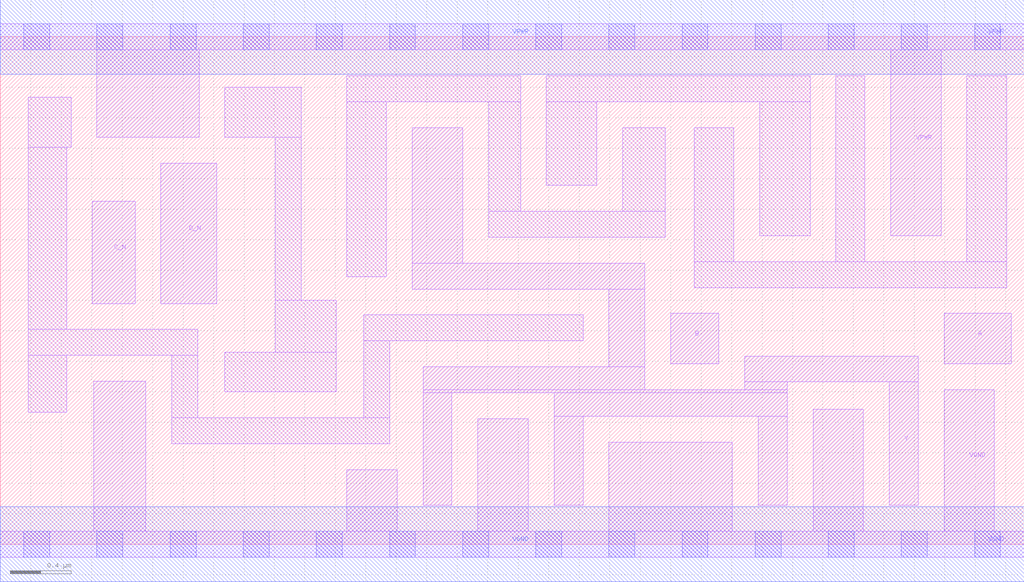
<source format=lef>
# Copyright 2020 The SkyWater PDK Authors
#
# Licensed under the Apache License, Version 2.0 (the "License");
# you may not use this file except in compliance with the License.
# You may obtain a copy of the License at
#
#     https://www.apache.org/licenses/LICENSE-2.0
#
# Unless required by applicable law or agreed to in writing, software
# distributed under the License is distributed on an "AS IS" BASIS,
# WITHOUT WARRANTIES OR CONDITIONS OF ANY KIND, either express or implied.
# See the License for the specific language governing permissions and
# limitations under the License.
#
# SPDX-License-Identifier: Apache-2.0

VERSION 5.7 ;
  NAMESCASESENSITIVE ON ;
  NOWIREEXTENSIONATPIN ON ;
  DIVIDERCHAR "/" ;
  BUSBITCHARS "[]" ;
UNITS
  DATABASE MICRONS 200 ;
END UNITS
MACRO sky130_fd_sc_lp__nor4bb_2
  CLASS CORE ;
  SOURCE USER ;
  FOREIGN sky130_fd_sc_lp__nor4bb_2 ;
  ORIGIN  0.000000  0.000000 ;
  SIZE  6.720000 BY  3.330000 ;
  SYMMETRY X Y R90 ;
  SITE unit ;
  PIN A
    ANTENNAGATEAREA  0.630000 ;
    DIRECTION INPUT ;
    USE SIGNAL ;
    PORT
      LAYER li1 ;
        RECT 6.195000 1.185000 6.635000 1.515000 ;
    END
  END A
  PIN B
    ANTENNAGATEAREA  0.630000 ;
    DIRECTION INPUT ;
    USE SIGNAL ;
    PORT
      LAYER li1 ;
        RECT 4.400000 1.185000 4.715000 1.515000 ;
    END
  END B
  PIN C_N
    ANTENNAGATEAREA  0.126000 ;
    DIRECTION INPUT ;
    USE SIGNAL ;
    PORT
      LAYER li1 ;
        RECT 0.605000 1.580000 0.885000 2.250000 ;
    END
  END C_N
  PIN D_N
    ANTENNAGATEAREA  0.126000 ;
    DIRECTION INPUT ;
    USE SIGNAL ;
    PORT
      LAYER li1 ;
        RECT 1.055000 1.580000 1.420000 2.500000 ;
    END
  END D_N
  PIN Y
    ANTENNADIFFAREA  1.293600 ;
    DIRECTION OUTPUT ;
    USE SIGNAL ;
    PORT
      LAYER li1 ;
        RECT 2.705000 1.675000 4.230000 1.845000 ;
        RECT 2.705000 1.845000 3.035000 2.735000 ;
        RECT 2.775000 0.255000 2.965000 0.995000 ;
        RECT 2.775000 0.995000 5.165000 1.015000 ;
        RECT 2.775000 1.015000 4.230000 1.165000 ;
        RECT 3.635000 0.255000 3.825000 0.840000 ;
        RECT 3.635000 0.840000 5.165000 0.995000 ;
        RECT 3.995000 1.165000 4.230000 1.675000 ;
        RECT 4.885000 1.015000 5.165000 1.065000 ;
        RECT 4.885000 1.065000 6.025000 1.235000 ;
        RECT 4.975000 0.255000 5.165000 0.840000 ;
        RECT 5.835000 0.255000 6.025000 1.065000 ;
    END
  END Y
  PIN VGND
    DIRECTION INOUT ;
    USE GROUND ;
    PORT
      LAYER li1 ;
        RECT 0.000000 -0.085000 6.720000 0.085000 ;
        RECT 0.615000  0.085000 0.955000 1.070000 ;
        RECT 2.275000  0.085000 2.605000 0.490000 ;
        RECT 3.135000  0.085000 3.465000 0.825000 ;
        RECT 3.995000  0.085000 4.805000 0.670000 ;
        RECT 5.335000  0.085000 5.665000 0.885000 ;
        RECT 6.195000  0.085000 6.525000 1.015000 ;
      LAYER mcon ;
        RECT 0.155000 -0.085000 0.325000 0.085000 ;
        RECT 0.635000 -0.085000 0.805000 0.085000 ;
        RECT 1.115000 -0.085000 1.285000 0.085000 ;
        RECT 1.595000 -0.085000 1.765000 0.085000 ;
        RECT 2.075000 -0.085000 2.245000 0.085000 ;
        RECT 2.555000 -0.085000 2.725000 0.085000 ;
        RECT 3.035000 -0.085000 3.205000 0.085000 ;
        RECT 3.515000 -0.085000 3.685000 0.085000 ;
        RECT 3.995000 -0.085000 4.165000 0.085000 ;
        RECT 4.475000 -0.085000 4.645000 0.085000 ;
        RECT 4.955000 -0.085000 5.125000 0.085000 ;
        RECT 5.435000 -0.085000 5.605000 0.085000 ;
        RECT 5.915000 -0.085000 6.085000 0.085000 ;
        RECT 6.395000 -0.085000 6.565000 0.085000 ;
      LAYER met1 ;
        RECT 0.000000 -0.245000 6.720000 0.245000 ;
    END
  END VGND
  PIN VPWR
    DIRECTION INOUT ;
    USE POWER ;
    PORT
      LAYER li1 ;
        RECT 0.000000 3.245000 6.720000 3.415000 ;
        RECT 0.635000 2.670000 1.305000 3.245000 ;
        RECT 5.845000 2.025000 6.175000 3.245000 ;
      LAYER mcon ;
        RECT 0.155000 3.245000 0.325000 3.415000 ;
        RECT 0.635000 3.245000 0.805000 3.415000 ;
        RECT 1.115000 3.245000 1.285000 3.415000 ;
        RECT 1.595000 3.245000 1.765000 3.415000 ;
        RECT 2.075000 3.245000 2.245000 3.415000 ;
        RECT 2.555000 3.245000 2.725000 3.415000 ;
        RECT 3.035000 3.245000 3.205000 3.415000 ;
        RECT 3.515000 3.245000 3.685000 3.415000 ;
        RECT 3.995000 3.245000 4.165000 3.415000 ;
        RECT 4.475000 3.245000 4.645000 3.415000 ;
        RECT 4.955000 3.245000 5.125000 3.415000 ;
        RECT 5.435000 3.245000 5.605000 3.415000 ;
        RECT 5.915000 3.245000 6.085000 3.415000 ;
        RECT 6.395000 3.245000 6.565000 3.415000 ;
      LAYER met1 ;
        RECT 0.000000 3.085000 6.720000 3.575000 ;
    END
  END VPWR
  OBS
    LAYER li1 ;
      RECT 0.185000 0.865000 0.435000 1.240000 ;
      RECT 0.185000 1.240000 1.295000 1.410000 ;
      RECT 0.185000 1.410000 0.435000 2.605000 ;
      RECT 0.185000 2.605000 0.465000 2.935000 ;
      RECT 1.125000 0.660000 2.555000 0.830000 ;
      RECT 1.125000 0.830000 1.295000 1.240000 ;
      RECT 1.475000 1.000000 2.205000 1.260000 ;
      RECT 1.475000 2.670000 1.975000 3.000000 ;
      RECT 1.805000 1.260000 2.205000 1.600000 ;
      RECT 1.805000 1.600000 1.975000 2.670000 ;
      RECT 2.275000 1.755000 2.535000 2.905000 ;
      RECT 2.275000 2.905000 3.415000 3.075000 ;
      RECT 2.385000 0.830000 2.555000 1.335000 ;
      RECT 2.385000 1.335000 3.825000 1.505000 ;
      RECT 3.205000 2.015000 4.365000 2.185000 ;
      RECT 3.205000 2.185000 3.415000 2.905000 ;
      RECT 3.585000 2.355000 3.915000 2.905000 ;
      RECT 3.585000 2.905000 5.315000 3.075000 ;
      RECT 4.085000 2.185000 4.365000 2.735000 ;
      RECT 4.555000 1.685000 6.605000 1.855000 ;
      RECT 4.555000 1.855000 4.815000 2.735000 ;
      RECT 4.985000 2.025000 5.315000 2.905000 ;
      RECT 5.485000 1.855000 5.675000 3.075000 ;
      RECT 6.345000 1.855000 6.605000 3.075000 ;
  END
END sky130_fd_sc_lp__nor4bb_2

</source>
